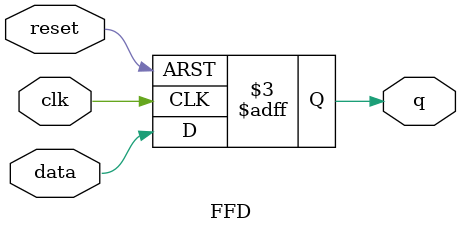
<source format=v>
`timescale 1ns / 1ps
module FFD (
data  , // Data Input
clk    , // Clock Input
reset , // Reset input 
q         // Q output
);
//-----------Input Ports---------------
input data, clk, reset ; 

//-----------Output Ports---------------
output q;

//------------Internal Variables--------
reg q;

//-------------Code Starts Here---------
always @ ( posedge clk or negedge reset)
if (~reset) begin
  q <= 1'b0;
end  else begin
  q <= data;
end

endmodule //End Of Module dff_async_reset

</source>
